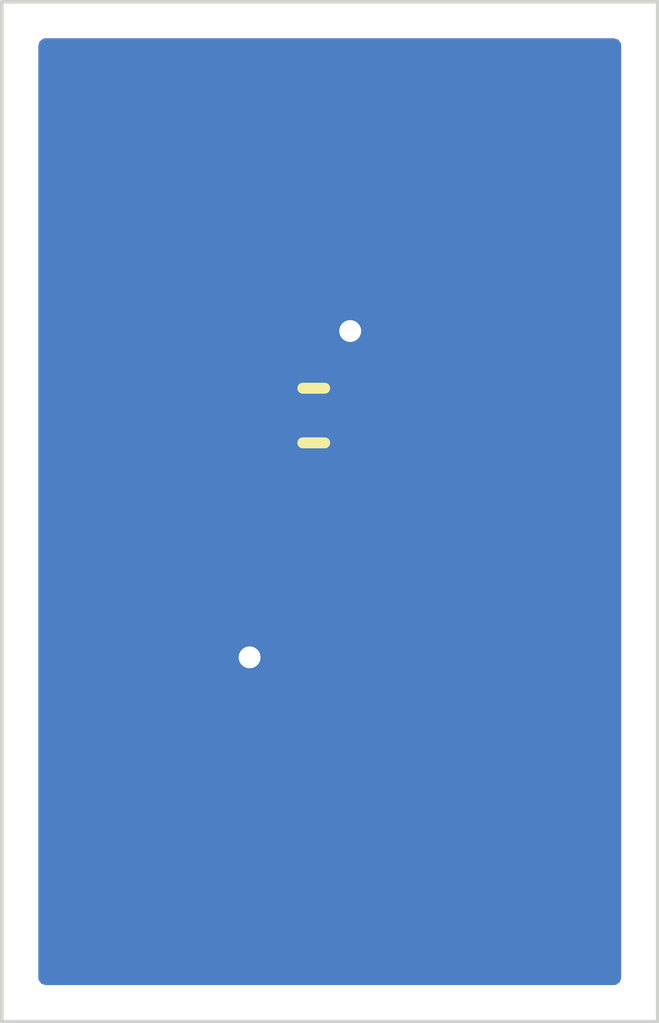
<source format=kicad_pcb>
(kicad_pcb (version 20221018) (generator pcbnew)
  (layers (0 "F.Cu" signal) (31 "B.Cu" signal) (34 "B.Paste" user) (35 "F.Paste" user) (36 "B.SilkS" user "B.Silkscreen") (37 "F.SilkS" user "F.Silkscreen") (38 "B.Mask" user) (39 "F.Mask" user) (44 "Edge.Cuts" user))
  (net 0 "")
  (net 1 "/MSL")
  (net 2 "GND")
  (footprint "antmicro-footprints:NetTie-2_SMD_Pad0.127mm" (layer "F.Cu") (at 147 112.4 90)
    (fp_text reference "TP3" hide)
    (fp_text value "Net-Tie_2")
    (fp_poly (pts (xy -0.0635 -0.0635) (xy 0.0625 -0.0635) (xy 0.0625 0.0635) (xy -0.0635 0.0635)) (fill solid) (layer "F.Cu"))
    (pad "1" smd roundrect (at -0.127 0 270) (size 0.127 0.127) (layers "F.Cu") (roundrect_rratio 0.5) (chamfer_ratio 0) (chamfer top_left bottom_left) (net 1 "/MSL"))
    (pad "2" smd roundrect (at 0.126 0 90) (size 0.127 0.127) (layers "F.Cu") (roundrect_rratio 0.5) (chamfer_ratio 0) (chamfer top_left bottom_left) (net 1 "/MSL"))
  )
  (footprint "antmicro-footprints:Simulation_Port" (layer "F.Cu") (at 146.5 103.25 180)
    (fp_text reference "SP3")
    (fp_text value "Simulation_Port" hide)
  )
  (footprint "antmicro-footprints:Simulation_Port" (layer "F.Cu") (at 147 112.75)
    (fp_text reference "SP2")
    (fp_text value "Simulation_Port" hide)
  )
  (footprint "antmicro-footprints:NetTie-2_SMD_Pad0.127mm" (layer "F.Cu") (at 143 103.5 -90)
    (fp_text reference "TP1" hide)
    (fp_text value "Net-Tie_2")
    (fp_poly (pts (xy -0.0635 -0.0635) (xy 0.0625 -0.0635) (xy 0.0625 0.0635) (xy -0.0635 0.0635)) (fill solid) (layer "F.Cu"))
    (pad "1" smd roundrect (at -0.127 0 90) (size 0.127 0.127) (layers "F.Cu") (roundrect_rratio 0.5) (chamfer_ratio 0) (chamfer top_left bottom_left) (net 1 "/MSL"))
    (pad "2" smd roundrect (at 0.126 0 270) (size 0.127 0.127) (layers "F.Cu") (roundrect_rratio 0.5) (chamfer_ratio 0) (chamfer top_left bottom_left) (net 1 "/MSL"))
  )
  (footprint "1self_passives:R_0402_1005Metric" (layer "F.Cu") (at 144.28 106.68)
    (fp_text reference "R1" hide)
    (fp_text value "10r 0402 0.1% thinfilm" hide)
    (fp_line (start -0.15 -0.375) (end 0.15 -0.375) (stroke (width 0.15)) (layer "F.SilkS"))
    (fp_line (start -0.15 0.375) (end 0.15 0.375) (stroke (width 0.15)) (layer "F.SilkS"))
    (pad "1" smd rect (at -0.5 0) (size 0.5 0.6) (layers "F.Cu" "F.Paste" "F.Mask") (net 1 "/MSL"))
    (pad "2" smd rect (at 0.5 0) (size 0.5 0.6) (layers "F.Cu" "F.Paste" "F.Mask") (net 2 "GND"))
  )
  (footprint "antmicro-footprints:Simulation_Port" (layer "F.Cu") (at 143 103.25 180)
    (fp_text reference "SP1")
    (fp_text value "Simulation_Port" hide)
  )
  (footprint "antmicro-footprints:NetTie-2_SMD_Pad0.127mm" (layer "B.Cu") (at 141 113.5 180)
    (fp_text reference "TP4" hide)
    (fp_text value "Net-Tie_2")
    (fp_poly (pts (xy -0.0635 0.0635) (xy 0.0625 0.0635) (xy 0.0625 -0.0635) (xy -0.0635 -0.0635)) (fill solid) (layer "B.Cu"))
    (pad "1" smd roundrect (at -0.127 0) (size 0.127 0.127) (layers "B.Cu") (roundrect_rratio 0.5) (chamfer_ratio 0) (chamfer top_left bottom_left) (net 2 "GND"))
    (pad "2" smd roundrect (at 0.126 0 180) (size 0.127 0.127) (layers "B.Cu") (roundrect_rratio 0.5) (chamfer_ratio 0) (chamfer top_left bottom_left) (net 2 "GND"))
  )
  (footprint "antmicro-footprints:NetTie-2_SMD_Pad0.127mm" (layer "B.Cu") (at 141 114 180)
    (fp_text reference "TP2" hide)
    (fp_text value "Net-Tie_2")
    (fp_poly (pts (xy -0.0635 0.0635) (xy 0.0625 0.0635) (xy 0.0625 -0.0635) (xy -0.0635 -0.0635)) (fill solid) (layer "B.Cu"))
    (pad "1" smd roundrect (at -0.127 0) (size 0.127 0.127) (layers "B.Cu") (roundrect_rratio 0.5) (chamfer_ratio 0) (chamfer top_left bottom_left) (net 2 "GND"))
    (pad "2" smd roundrect (at 0.126 0 180) (size 0.127 0.127) (layers "B.Cu") (roundrect_rratio 0.5) (chamfer_ratio 0) (chamfer top_left bottom_left) (net 2 "GND"))
  )
  (gr_rect (start 140 101) (end 149 115) (stroke (width 0.05)) (fill none) (layer "Edge.Cuts"))
  (segment (start 145 108.5) (end 145.914214 107.585786) (width 0.4) (layer "F.Cu") (net 1))
  (segment (start 146.998156 111.19746) (end 146.998156 112.498156) (width 0.4) (layer "F.Cu") (net 1))
  (segment (start 143.773792 106.686208) (end 143.78 106.68) (width 0.4) (layer "F.Cu") (net 1))
  (segment (start 146.5 106.171573) (end 146.5 103.5) (width 0.4) (layer "F.Cu") (net 1))
  (segment (start 143.585787 107.085787) (end 143.585787 106.874213) (width 0.4) (layer "F.Cu") (net 1))
  (segment (start 143 103.373) (end 143 105.671573) (width 0.4) (layer "F.Cu") (net 1))
  (segment (start 143.323876 106.686208) (end 143.773792 106.686208) (width 0.4) (layer "F.Cu") (net 1))
  (segment (start 146.998156 112.498156) (end 147 112.5) (width 0.4) (layer "F.Cu") (net 1))
  (segment (start 143.585787 107.085787) (end 145 108.5) (width 0.4) (layer "F.Cu") (net 1))
  (segment (start 143.585787 106.874213) (end 143.78 106.68) (width 0.4) (layer "F.Cu") (net 1))
  (segment (start 145 108.5) (end 146.414214 109.914214) (width 0.4) (layer "F.Cu") (net 1))
  (segment (start 143.218834 106.581166) (end 143.323876 106.686208) (width 0.4) (layer "F.Cu") (net 1))
  (arc (start 146.414214 109.914214) (mid 146.82172 110.503015) (end 146.998156 111.19746) (width 0.4) (layer "F.Cu") (net 1))
  (arc (start 145.914214 107.585786) (mid 146.34775 106.936938) (end 146.5 106.171573) (width 0.4) (layer "F.Cu") (net 1))
  (arc (start 143 105.671573) (mid 143.15225 106.436939) (end 143.585787 107.085787) (width 0.4) (layer "F.Cu") (net 1))
  (segment (start 144.78 105.52) (end 144.78 106.68) (width 0.2) (layer "F.Cu") (net 2))
  (via (at 144.78 105.52) (size 0.6) (drill 0.3) (layers "F.Cu" "B.Cu") (net 2))
  (via (at 143.4 110) (size 0.6) (drill 0.3) (layers "F.Cu" "B.Cu") (net 2))
  (zone (net 2) (net_name "GND") (layer "B.Cu") (connect_pads yes (clearance 0.2)) (min_thickness 0.2) (fill yes (thermal_gap 0.508) (thermal_bridge_width 0.508) (island_removal_mode 1) (island_area_min 0))
    (polygon (pts (xy 149 115) (xy 140 115) (xy 140 101) (xy 149 101)))
  )
)
</source>
